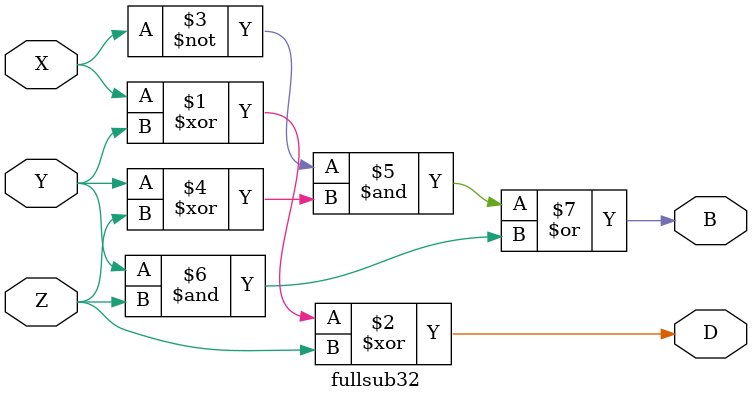
<source format=v>
module fullsub32(output D, B, input X, Y, Z);
assign D = X ^ Y ^ Z;
assign B = ~X & (Y^Z) | Y & Z;
endmodule

</source>
